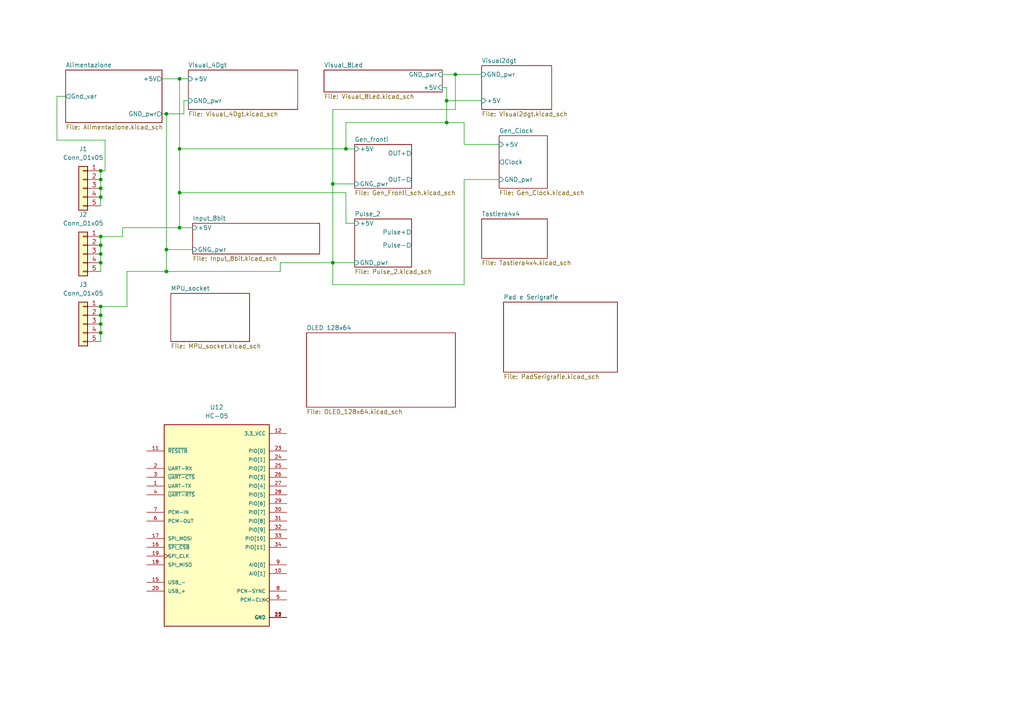
<source format=kicad_sch>
(kicad_sch (version 20211123) (generator eeschema)
  (paper "A4")
  (title_block (title "Progetto di DemoBoard per Elettronica Digitale") (date "2023-02-12") (rev "1") (company "Officine Einstein,  Roma") (comment 1 "IIS Einstein-Bachelet, Roma") (comment 3 "MP_23") (comment 4 "Laboratorio di Tecnologie e Progettazione di Sistemi Elettronici"))
  (lib_symbols
    (symbol "Connector_Generic:Conn_01x05" (pin_names (offset 1.016) hide)
      (property "Reference" "J" (at 0 7.62 0))
      (property "Value" "Conn_01x05" (at 0 -7.62 0))
      (symbol "Conn_01x05_1_1"
        (rectangle (start -1.27 -4.953) (end 0 -5.207) (stroke (width 0.1524)))
        (rectangle (start -1.27 -2.413) (end 0 -2.667) (stroke (width 0.1524)))
        (rectangle (start -1.27 0.127) (end 0 -0.127) (stroke (width 0.1524)))
        (rectangle (start -1.27 2.667) (end 0 2.413) (stroke (width 0.1524)))
        (rectangle (start -1.27 5.207) (end 0 4.953) (stroke (width 0.1524)))
        (rectangle (start -1.27 6.35) (end 1.27 -6.35) (stroke (width 0.254)) (fill (type background)))
        (pin passive line (at -5.08 5.08 0) (length 3.81) (name "Pin_1") (number "1"))
        (pin passive line (at -5.08 2.54 0) (length 3.81) (name "Pin_2") (number "2"))
        (pin passive line (at -5.08 0 0) (length 3.81) (name "Pin_3") (number "3"))
        (pin passive line (at -5.08 -2.54 0) (length 3.81) (name "Pin_4") (number "4"))
        (pin passive line (at -5.08 -5.08 0) (length 3.81) (name "Pin_5") (number "5"))
      )
    )
    (symbol "MCU_Module:HC-05" (pin_names (offset 1.016))
      (property "Reference" "U" (at -15.24 31.115 0))
      (property "Value" "HC-05" (at -15.24 -30.48 0))
      (symbol "HC-05_0_0"
        (rectangle (start -15.24 -27.94) (end 15.24 30.48) (stroke (width 0.254)) (fill (type background)))
        (pin output line (at -20.32 12.7 0) (length 5.08) (name "UART-TX") (number "1"))
        (pin bidirectional line (at 20.32 -12.7 180) (length 5.08) (name "AIO[1]") (number "10"))
        (pin input line (at -20.32 22.86 0) (length 5.08) (name "~{RESETB}") (number "11"))
        (pin power_in line (at 20.32 27.94 180) (length 5.08) (name "3.3_VCC") (number "12"))
        (pin power_in line (at 20.32 -25.4 180) (length 5.08) (name "GND") (number "13"))
        (pin bidirectional line (at -20.32 -15.24 0) (length 5.08) (name "USB_-") (number "15"))
        (pin input line (at -20.32 -5.08 0) (length 5.08) (name "~{SPI_CSB}") (number "16"))
        (pin input line (at -20.32 -2.54 0) (length 5.08) (name "SPI_MOSI") (number "17"))
        (pin output line (at -20.32 -10.16 0) (length 5.08) (name "SPI_MISO") (number "18"))
        (pin input clock (at -20.32 -7.62 0) (length 5.08) (name "SPI_CLK") (number "19"))
        (pin input line (at -20.32 17.78 0) (length 5.08) (name "UART-RX") (number "2"))
        (pin bidirectional line (at -20.32 -17.78 0) (length 5.08) (name "USB_+") (number "20"))
        (pin power_in line (at 20.32 -25.4 180) (length 5.08) (name "GND") (number "21"))
        (pin power_in line (at 20.32 -25.4 180) (length 5.08) (name "GND") (number "22"))
        (pin bidirectional line (at 20.32 22.86 180) (length 5.08) (name "PIO[0]") (number "23"))
        (pin bidirectional line (at 20.32 20.32 180) (length 5.08) (name "PIO[1]") (number "24"))
        (pin bidirectional line (at 20.32 17.78 180) (length 5.08) (name "PIO[2]") (number "25"))
        (pin bidirectional line (at 20.32 15.24 180) (length 5.08) (name "PIO[3]") (number "26"))
        (pin bidirectional line (at 20.32 12.7 180) (length 5.08) (name "PIO[4]") (number "27"))
        (pin bidirectional line (at 20.32 10.16 180) (length 5.08) (name "PIO[5]") (number "28"))
        (pin bidirectional line (at 20.32 7.62 180) (length 5.08) (name "PIO[6]") (number "29"))
        (pin input line (at -20.32 15.24 0) (length 5.08) (name "~{UART-CTS}") (number "3"))
        (pin bidirectional line (at 20.32 5.08 180) (length 5.08) (name "PIO[7]") (number "30"))
        (pin bidirectional line (at 20.32 2.54 180) (length 5.08) (name "PIO[8]") (number "31"))
        (pin bidirectional line (at 20.32 0 180) (length 5.08) (name "PIO[9]") (number "32"))
        (pin bidirectional line (at 20.32 -2.54 180) (length 5.08) (name "PIO[10]") (number "33"))
        (pin bidirectional line (at 20.32 -5.08 180) (length 5.08) (name "PIO[11]") (number "34"))
        (pin output line (at -20.32 10.16 0) (length 5.08) (name "~{UART-RTS}") (number "4"))
        (pin bidirectional clock (at 20.32 -20.32 180) (length 5.08) (name "PCM-CLK") (number "5"))
        (pin output line (at -20.32 2.54 0) (length 5.08) (name "PCM-OUT") (number "6"))
        (pin input line (at -20.32 5.08 0) (length 5.08) (name "PCM-IN") (number "7"))
        (pin bidirectional line (at 20.32 -17.78 180) (length 5.08) (name "PCN-SYNC") (number "8"))
        (pin bidirectional line (at 20.32 -10.16 180) (length 5.08) (name "AIO[0]") (number "9"))
      )
    )
  )
  (junction (at 29.21 71.12))
  (junction (at 96.52 76.2))
  (junction (at 29.21 88.9))
  (junction (at 29.21 93.98))
  (junction (at 29.21 57.15))
  (junction (at 52.07 22.86))
  (junction (at 52.07 43.18))
  (junction (at 96.52 53.34))
  (junction (at 129.54 35.56))
  (junction (at 29.21 68.58))
  (junction (at 100.33 43.18))
  (junction (at 52.07 55.88))
  (junction (at 29.21 91.44))
  (junction (at 48.26 33.02))
  (junction (at 29.21 96.52))
  (junction (at 29.21 54.61))
  (junction (at 29.21 52.07))
  (junction (at 29.21 73.66))
  (junction (at 52.07 66.04))
  (junction (at 29.21 49.53))
  (junction (at 29.21 76.2))
  (junction (at 132.08 21.59))
  (junction (at 48.26 72.39))
  (junction (at 129.54 29.21))
  (junction (at 48.26 78.74))
  (wire (pts (xy 100.33 43.18) (xy 102.87 43.18)))
  (wire (pts (xy 48.26 78.74) (xy 36.83 78.74)))
  (wire (pts (xy 96.52 82.55) (xy 96.52 76.2)))
  (wire (pts (xy 134.62 82.55) (xy 96.52 82.55)))
  (wire (pts (xy 29.21 88.9) (xy 29.21 91.44)))
  (wire (pts (xy 96.52 53.34) (xy 96.52 76.2)))
  (wire (pts (xy 29.21 93.98) (xy 29.21 96.52)))
  (wire (pts (xy 16.51 40.64) (xy 30.48 40.64)))
  (wire (pts (xy 29.21 54.61) (xy 29.21 57.15)))
  (wire (pts (xy 81.28 78.74) (xy 48.26 78.74)))
  (wire (pts (xy 100.33 55.88) (xy 52.07 55.88)))
  (wire (pts (xy 48.26 33.02) (xy 48.26 72.39)))
  (wire (pts (xy 96.52 76.2) (xy 81.28 76.2)))
  (wire (pts (xy 30.48 49.53) (xy 29.21 49.53)))
  (wire (pts (xy 96.52 53.34) (xy 96.52 31.75)))
  (wire (pts (xy 35.56 68.58) (xy 29.21 68.58)))
  (wire (pts (xy 81.28 76.2) (xy 81.28 78.74)))
  (wire (pts (xy 52.07 22.86) (xy 54.61 22.86)))
  (wire (pts (xy 134.62 35.56) (xy 134.62 41.91)))
  (wire (pts (xy 132.08 21.59) (xy 128.27 21.59)))
  (wire (pts (xy 48.26 33.02) (xy 53.34 33.02)))
  (wire (pts (xy 132.08 31.75) (xy 132.08 21.59)))
  (wire (pts (xy 48.26 78.74) (xy 48.26 72.39)))
  (wire (pts (xy 29.21 52.07) (xy 29.21 54.61)))
  (wire (pts (xy 102.87 76.2) (xy 96.52 76.2)))
  (wire (pts (xy 100.33 35.56) (xy 100.33 43.18)))
  (wire (pts (xy 36.83 88.9) (xy 29.21 88.9)))
  (wire (pts (xy 100.33 64.77) (xy 100.33 55.88)))
  (wire (pts (xy 29.21 73.66) (xy 29.21 76.2)))
  (wire (pts (xy 52.07 55.88) (xy 52.07 66.04)))
  (wire (pts (xy 129.54 25.4) (xy 129.54 29.21)))
  (wire (pts (xy 19.05 27.94) (xy 16.51 27.94)))
  (wire (pts (xy 128.27 25.4) (xy 129.54 25.4)))
  (wire (pts (xy 46.99 33.02) (xy 48.26 33.02)))
  (wire (pts (xy 29.21 57.15) (xy 29.21 59.69)))
  (wire (pts (xy 53.34 29.21) (xy 54.61 29.21)))
  (wire (pts (xy 46.99 22.86) (xy 52.07 22.86)))
  (wire (pts (xy 134.62 52.07) (xy 134.62 82.55)))
  (wire (pts (xy 29.21 71.12) (xy 29.21 73.66)))
  (wire (pts (xy 30.48 40.64) (xy 30.48 49.53)))
  (wire (pts (xy 36.83 78.74) (xy 36.83 88.9)))
  (wire (pts (xy 52.07 22.86) (xy 52.07 43.18)))
  (wire (pts (xy 96.52 31.75) (xy 132.08 31.75)))
  (wire (pts (xy 29.21 68.58) (xy 29.21 71.12)))
  (wire (pts (xy 16.51 27.94) (xy 16.51 40.64)))
  (wire (pts (xy 129.54 29.21) (xy 139.7 29.21)))
  (wire (pts (xy 129.54 29.21) (xy 129.54 35.56)))
  (wire (pts (xy 102.87 64.77) (xy 100.33 64.77)))
  (wire (pts (xy 129.54 35.56) (xy 100.33 35.56)))
  (wire (pts (xy 29.21 91.44) (xy 29.21 93.98)))
  (wire (pts (xy 48.26 72.39) (xy 55.88 72.39)))
  (wire (pts (xy 102.87 53.34) (xy 96.52 53.34)))
  (wire (pts (xy 52.07 43.18) (xy 52.07 55.88)))
  (wire (pts (xy 29.21 76.2) (xy 29.21 78.74)))
  (wire (pts (xy 134.62 41.91) (xy 144.78 41.91)))
  (wire (pts (xy 52.07 66.04) (xy 55.88 66.04)))
  (wire (pts (xy 53.34 33.02) (xy 53.34 29.21)))
  (wire (pts (xy 52.07 43.18) (xy 100.33 43.18)))
  (wire (pts (xy 29.21 49.53) (xy 29.21 52.07)))
  (wire (pts (xy 132.08 21.59) (xy 139.7 21.59)))
  (wire (pts (xy 52.07 66.04) (xy 35.56 66.04)))
  (wire (pts (xy 134.62 52.07) (xy 144.78 52.07)))
  (wire (pts (xy 129.54 35.56) (xy 134.62 35.56)))
  (wire (pts (xy 35.56 66.04) (xy 35.56 68.58)))
  (wire (pts (xy 29.21 96.52) (xy 29.21 99.06)))
  (symbol (lib_id "Connector_Generic:Conn_01x05") (at 24.13 54.61 0) (mirror y) (unit 1)
    (property "Reference" "J1" (at 24.13 43.18 0))
    (property "Value" "Conn_01x05" (at 24.13 45.72 0))
  )
  (symbol (lib_id "Connector_Generic:Conn_01x05") (at 24.13 73.66 0) (mirror y) (unit 1)
    (property "Reference" "J2" (at 24.13 62.23 0))
    (property "Value" "Conn_01x05" (at 24.13 64.77 0))
  )
  (symbol (lib_id "Connector_Generic:Conn_01x05") (at 24.13 93.98 0) (mirror y) (unit 1)
    (property "Reference" "J3" (at 24.13 82.55 0))
    (property "Value" "Conn_01x05" (at 24.13 85.09 0))
  )
  (symbol (lib_id "MCU_Module:HC-05") (at 62.865 153.67 0) (unit 1)
    (property "Reference" "U12" (at 62.865 118.11 0))
    (property "Value" "HC-05" (at 62.865 120.65 0))
    (property "Footprint" "XCVR_HC-05" (effects hide))
    (property "PARTREV" "v1.0" (effects hide))
    (property "STANDARD" "Manufacturer Recommendations" (effects hide))
    (property "MF" "HuiCheng" (effects hide))
  )
  (sheet (at 102.87 63.5) (size 16.51 13.97) (stroke (width 0.1524))
    (property "Sheet name" "Pulse_2" (at 102.87 62.7884 0) (effects (justify left bottom)))
    (property "Sheet file" "Pulse_2.kicad_sch" (at 102.87 78.0546 0) (effects (justify left top)))
    (pin "Pulse+" output (at 119.38 67.31 0))
    (pin "Pulse-" output (at 119.38 71.12 0))
    (pin "+5V" input (at 102.87 64.77 180))
    (pin "GND_pwr" input (at 102.87 76.2 180))
  )
  (sheet (at 146.05 87.63) (size 33.02 20.32) (stroke (width 0.1524))
    (property "Sheet name" "Pad e Serigrafie" (at 146.05 86.9184 0) (effects (justify left bottom)))
    (property "Sheet file" "PadSerigrafie.kicad_sch" (at 146.05 108.5346 0) (effects (justify left top)))
  )
  (sheet (at 102.87 41.91) (size 16.51 12.7) (stroke (width 0.1524))
    (property "Sheet name" "Gen_fronti" (at 102.87 41.1984 0) (effects (justify left bottom)))
    (property "Sheet file" "Gen_Fronti_sch.kicad_sch" (at 102.87 55.1946 0) (effects (justify left top)))
    (pin "GNG_pwr" input (at 102.87 53.34 180))
    (pin "+5V" input (at 102.87 43.18 180))
    (pin "OUT+" output (at 119.38 44.45 0))
    (pin "OUT-" output (at 119.38 52.07 0))
  )
  (sheet (at 54.61 20.32) (size 31.75 11.43) (stroke (width 0.1524))
    (property "Sheet name" "Visual_4Dgt" (at 54.61 19.6084 0) (effects (justify left bottom)))
    (property "Sheet file" "Visual_4Dgt.kicad_sch" (at 54.61 32.3346 0) (effects (justify left top)))
    (pin "GND_pwr" input (at 54.61 29.21 180))
    (pin "+5V" input (at 54.61 22.86 180))
  )
  (sheet (at 49.53 85.09) (size 22.86 13.97) (stroke (width 0.1524))
    (property "Sheet name" "MPU_socket" (at 49.53 84.3784 0) (effects (justify left bottom)))
    (property "Sheet file" "MPU_socket.kicad_sch" (at 49.53 99.6446 0) (effects (justify left top)))
  )
  (sheet (at 139.7 63.5) (size 19.05 11.43) (stroke (width 0.1524))
    (property "Sheet name" "Tastiera4x4" (at 139.7 62.7884 0) (effects (justify left bottom)))
    (property "Sheet file" "Tastiera4x4.kicad_sch" (at 139.7 75.5146 0) (effects (justify left top)))
  )
  (sheet (at 144.78 39.37) (size 13.97 15.24) (stroke (width 0.1524))
    (property "Sheet name" "Gen_Clock" (at 144.78 38.6584 0) (effects (justify left bottom)))
    (property "Sheet file" "Gen_Clock.kicad_sch" (at 144.78 55.1946 0) (effects (justify left top)))
    (pin "GND_pwr" input (at 144.78 52.07 180))
    (pin "Clock" output (at 144.78 46.99 180))
    (pin "+5V" input (at 144.78 41.91 180))
  )
  (sheet (at 139.7 19.05) (size 20.32 12.7) (stroke (width 0.1524))
    (property "Sheet name" "Visual2dgt" (at 139.7 18.3384 0) (effects (justify left bottom)))
    (property "Sheet file" "Visual2dgt.kicad_sch" (at 139.7 32.3346 0) (effects (justify left top)))
    (pin "GND_pwr" input (at 139.7 21.59 180))
    (pin "+5V" input (at 139.7 29.21 180))
  )
  (sheet (at 93.98 20.32) (size 34.29 6.35) (stroke (width 0.1524))
    (property "Sheet name" "Visual_8Led" (at 93.98 19.6084 0) (effects (justify left bottom)))
    (property "Sheet file" "Visual_8Led.kicad_sch" (at 93.98 27.2546 0) (effects (justify left top)))
    (pin "+5V" input (at 128.27 25.4 0))
    (pin "GND_pwr" input (at 128.27 21.59 0))
  )
  (sheet (at 55.88 64.77) (size 36.83 8.89) (stroke (width 0.1524))
    (property "Sheet name" "Input_8bit" (at 55.88 64.0584 0) (effects (justify left bottom)))
    (property "Sheet file" "Input_8bit.kicad_sch" (at 55.88 74.2446 0) (effects (justify left top)))
    (pin "+5V" input (at 55.88 66.04 180))
    (pin "GNG_pwr" input (at 55.88 72.39 180))
  )
  (sheet (at 88.9 96.52) (size 43.18 21.59) (stroke (width 0.1524))
    (property "Sheet name" "OLED 128x64" (at 88.9 95.8084 0) (effects (justify left bottom)))
    (property "Sheet file" "OLED_128x64.kicad_sch" (at 88.9 118.6946 0) (effects (justify left top)))
  )
  (sheet (at 19.05 20.32) (size 27.94 15.24) (stroke (width 0.1524))
    (property "Sheet name" "Alimentazione" (at 19.05 19.6084 0) (effects (justify left bottom)))
    (property "Sheet file" "Alimentazione.kicad_sch" (at 19.05 36.1446 0) (effects (justify left top)))
    (pin "GND_pwr" output (at 46.99 33.02 0))
    (pin "+5V" output (at 46.99 22.86 0))
    (pin "Gnd_var" output (at 19.05 27.94 180))
  )
)
</source>
